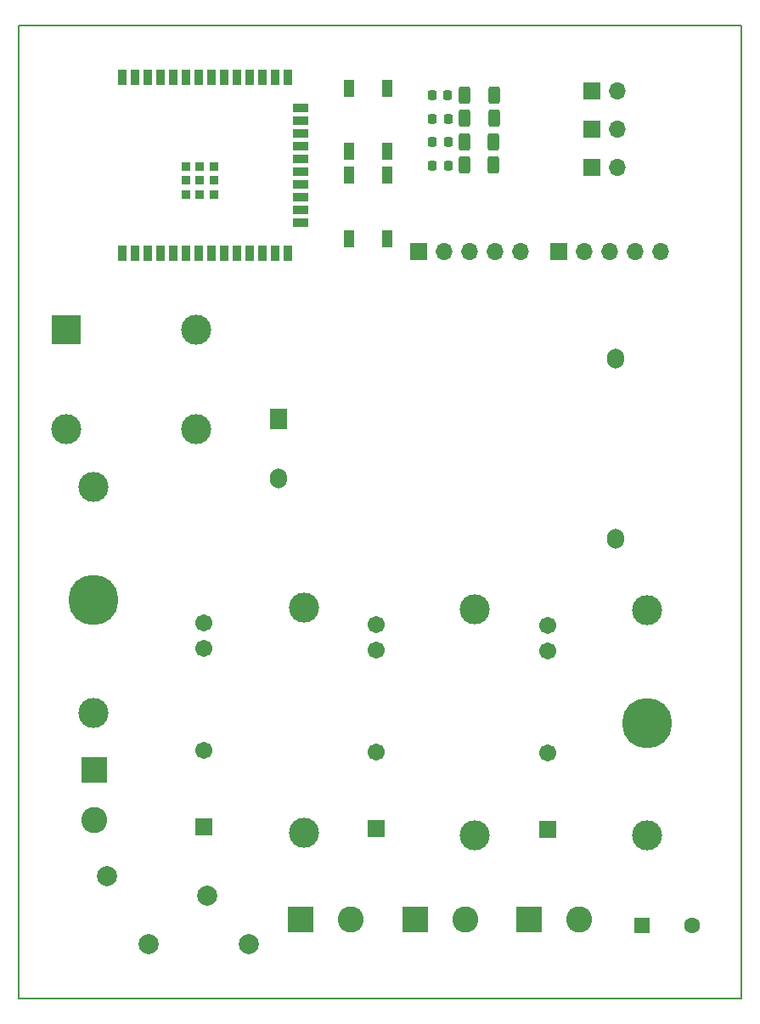
<source format=gts>
%TF.GenerationSoftware,KiCad,Pcbnew,8.0.3-8.0.3-0~ubuntu23.10.1*%
%TF.CreationDate,2024-07-30T14:16:20+05:00*%
%TF.ProjectId,IOTV,494f5456-2e6b-4696-9361-645f70636258,3*%
%TF.SameCoordinates,Original*%
%TF.FileFunction,Soldermask,Top*%
%TF.FilePolarity,Negative*%
%FSLAX46Y46*%
G04 Gerber Fmt 4.6, Leading zero omitted, Abs format (unit mm)*
G04 Created by KiCad (PCBNEW 8.0.3-8.0.3-0~ubuntu23.10.1) date 2024-07-30 14:16:20*
%MOMM*%
%LPD*%
G01*
G04 APERTURE LIST*
G04 Aperture macros list*
%AMRoundRect*
0 Rectangle with rounded corners*
0 $1 Rounding radius*
0 $2 $3 $4 $5 $6 $7 $8 $9 X,Y pos of 4 corners*
0 Add a 4 corners polygon primitive as box body*
4,1,4,$2,$3,$4,$5,$6,$7,$8,$9,$2,$3,0*
0 Add four circle primitives for the rounded corners*
1,1,$1+$1,$2,$3*
1,1,$1+$1,$4,$5*
1,1,$1+$1,$6,$7*
1,1,$1+$1,$8,$9*
0 Add four rect primitives between the rounded corners*
20,1,$1+$1,$2,$3,$4,$5,0*
20,1,$1+$1,$4,$5,$6,$7,0*
20,1,$1+$1,$6,$7,$8,$9,0*
20,1,$1+$1,$8,$9,$2,$3,0*%
G04 Aperture macros list end*
%ADD10C,5.000000*%
%ADD11O,1.700000X1.700000*%
%ADD12R,1.700000X1.700000*%
%ADD13O,1.700000X2.000000*%
%ADD14R,1.700000X2.000000*%
%ADD15R,1.000000X1.700000*%
%ADD16C,3.000000*%
%ADD17RoundRect,0.218750X-0.218750X-0.256250X0.218750X-0.256250X0.218750X0.256250X-0.218750X0.256250X0*%
%ADD18RoundRect,0.250000X-0.312500X-0.625000X0.312500X-0.625000X0.312500X0.625000X-0.312500X0.625000X0*%
%ADD19C,1.600000*%
%ADD20R,1.600000X1.600000*%
%ADD21R,3.000000X3.000000*%
%ADD22R,0.900000X0.900000*%
%ADD23R,0.900000X1.500000*%
%ADD24R,1.500000X0.900000*%
%ADD25C,2.600000*%
%ADD26R,2.600000X2.600000*%
%ADD27C,1.712000*%
%ADD28RoundRect,0.102000X0.754000X-0.754000X0.754000X0.754000X-0.754000X0.754000X-0.754000X-0.754000X0*%
%ADD29C,2.000000*%
%TA.AperFunction,Profile*%
%ADD30C,0.150000*%
%TD*%
G04 APERTURE END LIST*
D10*
%TO.C,REF\u002A\u002A*%
X119566800Y-104001200D03*
%TD*%
%TO.C,REF\u002A\u002A*%
X174786400Y-116244000D03*
%TD*%
D11*
%TO.C,J6*%
X171845000Y-57136000D03*
D12*
X169305000Y-57136000D03*
%TD*%
D13*
%TO.C,PS1*%
X171658000Y-97934000D03*
X171658000Y-79934000D03*
X138058000Y-91934000D03*
D14*
X138058000Y-85934000D03*
%TD*%
D11*
%TO.C,J5*%
X171845000Y-53326000D03*
D12*
X169305000Y-53326000D03*
%TD*%
D15*
%TO.C,SW2*%
X148848000Y-52995400D03*
X148848000Y-59295400D03*
X145048000Y-52995400D03*
X145048000Y-59295400D03*
%TD*%
D16*
%TO.C,F3*%
X157590600Y-104917800D03*
X157590600Y-127417800D03*
%TD*%
D17*
%TO.C,D1*%
X154974500Y-56120000D03*
X153399500Y-56120000D03*
%TD*%
D18*
%TO.C,R3*%
X159510400Y-56018400D03*
X156585400Y-56018400D03*
%TD*%
D19*
%TO.C,C8*%
X179278400Y-136434800D03*
D20*
X174278400Y-136434800D03*
%TD*%
D17*
%TO.C,D2*%
X154945000Y-58380600D03*
X153370000Y-58380600D03*
%TD*%
D16*
%TO.C,FL1*%
X129803000Y-77043250D03*
X129803000Y-86949250D03*
X116849000Y-86949250D03*
D21*
X116849000Y-77043250D03*
%TD*%
D18*
%TO.C,R6*%
X159521000Y-53681600D03*
X156596000Y-53681600D03*
%TD*%
D22*
%TO.C,U1*%
X131602400Y-60787000D03*
X130202400Y-60787000D03*
X128802400Y-60787000D03*
X131602400Y-62187000D03*
X131602400Y-62187000D03*
X130202400Y-62187000D03*
X128802400Y-62187000D03*
X131602400Y-63587000D03*
X131602400Y-63587000D03*
X130202400Y-63587000D03*
X128802400Y-63587000D03*
X128802400Y-63587000D03*
D23*
X122482400Y-51937000D03*
X123752400Y-51937000D03*
X125022400Y-51937000D03*
X126292400Y-51937000D03*
X127562400Y-51937000D03*
X128832400Y-51937000D03*
X130102400Y-51937000D03*
X131372400Y-51937000D03*
X132642400Y-51937000D03*
X133912400Y-51937000D03*
X135182400Y-51937000D03*
X136452400Y-51937000D03*
X137722400Y-51937000D03*
X138992400Y-51937000D03*
D24*
X140242400Y-54977000D03*
X140242400Y-56247000D03*
X140242400Y-57517000D03*
X140242400Y-58787000D03*
X140242400Y-60057000D03*
X140242400Y-61327000D03*
X140242400Y-62597000D03*
X140242400Y-63867000D03*
X140242400Y-65137000D03*
X140242400Y-66407000D03*
D23*
X138992400Y-69437000D03*
X137722400Y-69437000D03*
X136452400Y-69437000D03*
X135182400Y-69437000D03*
X133912400Y-69437000D03*
X132642400Y-69437000D03*
X131372400Y-69437000D03*
X130102400Y-69437000D03*
X128832400Y-69437000D03*
X127562400Y-69437000D03*
X126292400Y-69437000D03*
X125022400Y-69437000D03*
X123752400Y-69437000D03*
X122482400Y-69437000D03*
%TD*%
D25*
%TO.C,J3*%
X156650800Y-135876000D03*
D26*
X151650800Y-135876000D03*
%TD*%
D25*
%TO.C,J2*%
X145220800Y-135876000D03*
D26*
X140220800Y-135876000D03*
%TD*%
D16*
%TO.C,F1*%
X119566800Y-92751200D03*
X119566800Y-115251200D03*
%TD*%
D15*
%TO.C,SW1*%
X148848000Y-61682200D03*
X148848000Y-67982200D03*
X145048000Y-61682200D03*
X145048000Y-67982200D03*
%TD*%
D16*
%TO.C,F2*%
X140598000Y-104740000D03*
X140598000Y-127240000D03*
%TD*%
D27*
%TO.C,K2*%
X147760800Y-106462800D03*
X147760800Y-109002800D03*
X147760800Y-119162800D03*
D28*
X147760800Y-126782800D03*
%TD*%
D25*
%TO.C,J4*%
X168000800Y-135876000D03*
D26*
X163000800Y-135876000D03*
%TD*%
D29*
%TO.C,RVe1*%
X130916800Y-133472800D03*
X120916800Y-131522800D03*
%TD*%
D27*
%TO.C,K1*%
X130565000Y-106285000D03*
X130565000Y-108825000D03*
X130565000Y-118985000D03*
D28*
X130565000Y-126605000D03*
%TD*%
D16*
%TO.C,F4*%
X174786400Y-104994000D03*
X174786400Y-127494000D03*
%TD*%
D29*
%TO.C,C7*%
X135082400Y-138289000D03*
X125082400Y-138289000D03*
%TD*%
D25*
%TO.C,J1*%
X119642800Y-125930000D03*
D26*
X119642800Y-120930000D03*
%TD*%
D11*
%TO.C,J_I2C1*%
X176163000Y-69328000D03*
X173623000Y-69328000D03*
X171083000Y-69328000D03*
X168543000Y-69328000D03*
D12*
X166003000Y-69328000D03*
%TD*%
D17*
%TO.C,D4*%
X154926100Y-53701600D03*
X153351100Y-53701600D03*
%TD*%
%TO.C,D3*%
X154934400Y-60768200D03*
X153359400Y-60768200D03*
%TD*%
D11*
%TO.C,J_UART1*%
X162188000Y-69328000D03*
X159648000Y-69328000D03*
X157108000Y-69328000D03*
X154568000Y-69328000D03*
D12*
X152028000Y-69328000D03*
%TD*%
D18*
%TO.C,R5*%
X159495600Y-60692000D03*
X156570600Y-60692000D03*
%TD*%
D11*
%TO.C,J7*%
X171840000Y-60946000D03*
D12*
X169300000Y-60946000D03*
%TD*%
D18*
%TO.C,R4*%
X159495600Y-58380600D03*
X156570600Y-58380600D03*
%TD*%
D27*
%TO.C,K3*%
X164880400Y-106564400D03*
X164880400Y-109104400D03*
X164880400Y-119264400D03*
D28*
X164880400Y-126884400D03*
%TD*%
D30*
X112150000Y-46750000D02*
X184150000Y-46750000D01*
X184150000Y-143750000D01*
X112150000Y-143750000D01*
X112150000Y-46750000D01*
M02*

</source>
